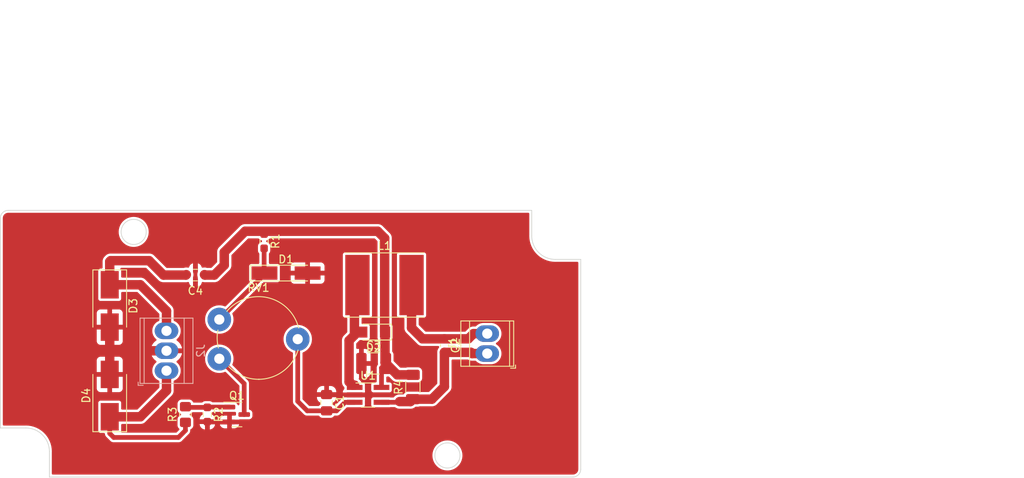
<source format=kicad_pcb>
(kicad_pcb (version 20211014) (generator pcbnew)
  (layers (0 "F.Cu" signal) (31 "B.Cu" signal) (34 "B.Paste" user) (35 "F.Paste" user) (36 "B.SilkS" user "B.Silkscreen") (37 "F.SilkS" user "F.Silkscreen") (38 "B.Mask" user) (39 "F.Mask" user) (44 "Edge.Cuts" user))
  (net 0 "")
  (net 1 "GND")
  (net 2 "Net-(C1-Pad2)")
  (net 3 "+12V")
  (net 4 "Net-(C2-Pad1)")
  (net 5 "Net-(D1-Pad1)")
  (net 6 "Net-(D2-Pad2)")
  (net 7 "Net-(C2-Pad2)")
  (net 8 "Net-(Q1-Pad1)")
  (net 9 "Net-(Q1-Pad3)")
  (net 10 "Net-(C4-Pad3)")
  (net 11 "Net-(D4-Pad1)")
  (footprint "Capacitor_SMD:C_0805_2012Metric_Pad1.18x1.45mm_HandSolder" (layer "F.Cu") (at 106.136 111.266 -90)
    (fp_text reference "C1" (at 0 -1.68 90) (layer "F.SilkS"))
    (fp_text value "1µF 25V")
    (fp_line (start -0.261252 -0.735) (end 0.261252 -0.735) (layer "F.SilkS") (width 0.12))
    (fp_line (start -0.261252 0.735) (end 0.261252 0.735) (layer "F.SilkS") (width 0.12))
    (pad "1" smd roundrect (at -1.0375 0 270) (size 1.175 1.45) (layers "F.Cu" "F.Paste" "F.Mask") (roundrect_rratio 0.2127659574) (net 1 "GND"))
    (pad "2" smd roundrect (at 1.0375 0 270) (size 1.175 1.45) (layers "F.Cu" "F.Paste" "F.Mask") (roundrect_rratio 0.2127659574) (net 2 "Net-(C1-Pad2)"))
  )
  (footprint "TerminalBlock_TE-Connectivity:TerminalBlock_TE_282834-2_1x02_P2.54mm_Horizontal" (layer "F.Cu") (at 126.619 105.0025 90)
    (fp_text reference "J1" (at 1.27 -4.37 90) (layer "F.SilkS"))
    (fp_text value "Screw_Terminal_01x02")
    (fp_line (start -1.62 3.37) (end 4.16 3.37) (layer "F.SilkS") (width 0.12))
    (fp_line (start -1.62 -2.25) (end 4.16 -2.25) (layer "F.SilkS") (width 0.12))
    (fp_line (start -1.86 2.97) (end -1.86 3.61) (layer "F.SilkS") (width 0.12))
    (fp_line (start -1.62 -3.37) (end 4.16 -3.37) (layer "F.SilkS") (width 0.12))
    (fp_line (start 4.16 -3.37) (end 4.16 3.37) (layer "F.SilkS") (width 0.12))
    (fp_line (start -1.62 -3.37) (end -1.62 3.37) (layer "F.SilkS") (width 0.12))
    (fp_line (start -1.62 2.85) (end 4.16 2.85) (layer "F.SilkS") (width 0.12))
    (fp_line (start -1.86 3.61) (end -1.46 3.61) (layer "F.SilkS") (width 0.12))
    (pad "1" thru_hole oval (at 0 0 90) (size 2.1 3) (drill 1.3) (layers *.Cu *.Mask) (net 7 "Net-(C2-Pad2)"))
    (pad "2" thru_hole oval (at 2.54 0 90) (size 2.1 3) (drill 1.3) (layers *.Cu *.Mask) (net 4 "Net-(C2-Pad1)"))
  )
  (footprint "Inductor_SMD:L_Taiyo-Yuden_NR-80xx_HandSoldering" (layer "F.Cu") (at 113.517 96.266)
    (fp_text reference "L1" (at 0 -5) (layer "F.SilkS"))
    (fp_text value "68µH")
    (fp_line (start -5 -4.1) (end 5 -4.1) (layer "F.SilkS") (width 0.12))
    (fp_line (start -5 4.1) (end 5 4.1) (layer "F.SilkS") (width 0.12))
    (pad "1" smd rect (at -3.45 0) (size 3.1 7.7) (layers "F.Cu" "F.Paste" "F.Mask") (net 6 "Net-(D2-Pad2)"))
    (pad "2" smd rect (at 3.45 0) (size 3.1 7.7) (layers "F.Cu" "F.Paste" "F.Mask") (net 4 "Net-(C2-Pad1)"))
  )
  (footprint "Resistor_SMD:R_1206_3216Metric_Pad1.30x1.75mm_HandSolder" (layer "F.Cu") (at 117.136 109.266 90)
    (fp_text reference "R4" (at 0 -1.82 90) (layer "F.SilkS"))
    (fp_text value "0.3Ω")
    (fp_line (start -0.727064 0.91) (end 0.727064 0.91) (layer "F.SilkS") (width 0.12))
    (fp_line (start -0.727064 -0.91) (end 0.727064 -0.91) (layer "F.SilkS") (width 0.12))
    (pad "1" smd roundrect (at -1.55 0 90) (size 1.3 1.75) (layers "F.Cu" "F.Paste" "F.Mask") (roundrect_rratio 0.1923076923) (net 7 "Net-(C2-Pad2)"))
    (pad "2" smd roundrect (at 1.55 0 90) (size 1.3 1.75) (layers "F.Cu" "F.Paste" "F.Mask") (roundrect_rratio 0.1923076923) (net 3 "+12V"))
  )
  (footprint "local:C_filter_0805" (layer "F.Cu") (at 89.408 94.996 180)
    (fp_text reference "C4" (at 0 -2 unlocked) (layer "F.SilkS"))
    (fp_text value "100n")
    (fp_line (start -0.261252 0.735) (end 0.261252 0.735) (layer "F.SilkS") (width 0.12))
    (fp_line (start -0.261252 -0.735) (end 0.261252 -0.735) (layer "F.SilkS") (width 0.12))
    (pad "1" smd roundrect (at -1.1 0 180) (size 0.8 0.8) (layers "F.Cu" "F.Paste" "F.Mask") (roundrect_rratio 0.21276625) (net 3 "+12V"))
    (pad "2" smd roundrect (at 0 0.65 180) (size 0.6 0.7) (layers "F.Cu" "F.Paste" "F.Mask") (roundrect_rratio 0.2127666667) (net 1 "GND"))
    (pad "2" smd roundrect (at 0 -0.65 180) (size 0.6 0.7) (layers "F.Cu" "F.Paste" "F.Mask") (roundrect_rratio 0.2127666667) (net 1 "GND"))
    (pad "3" smd roundrect (at 1.1 0 180) (size 0.8 0.8) (layers "F.Cu" "F.Paste" "F.Mask") (roundrect_rratio 0.21276625) (net 10 "Net-(C4-Pad3)"))
  )
  (footprint "Potentiometer_THT:Potentiometer_Piher_PT-10-V10_Vertical" (layer "F.Cu") (at 92.456 105.664)
    (fp_text reference "RV1" (at 5 -9.05) (layer "F.SilkS"))
    (fp_text value "1M")
    (fp_arc (start -0.11439 -1.375119) (mid -0.269093 -2.512295) (end -0.174 -3.656) (layer "F.SilkS") (width 0.12))
    (fp_arc (start 0.963379 -6.038474) (mid 6.186565 -7.784991) (end 10.114 -3.924) (layer "F.SilkS") (width 0.12))
    (fp_arc (start 5.09203 2.619358) (mid 2.983245 2.219015) (end 1.209 1.011) (layer "F.SilkS") (width 0.12))
    (fp_arc (start 10.039726 -1.109201) (mid 8.134716 1.586326) (end 5 2.62) (layer "F.SilkS") (width 0.12))
    (pad "1" thru_hole circle (at 0 0) (size 3 3) (drill 1.3) (layers *.Cu *.Mask) (net 9 "Net-(Q1-Pad3)"))
    (pad "2" thru_hole circle (at 10 -2.5) (size 3 3) (drill 1.3) (layers *.Cu *.Mask) (net 2 "Net-(C1-Pad2)"))
    (pad "3" thru_hole circle (at 0 -5) (size 3 3) (drill 1.3) (layers *.Cu *.Mask) (net 5 "Net-(D1-Pad1)"))
  )
  (footprint "Package_TO_SOT_SMD:SOT-23" (layer "F.Cu") (at 94.694 112.776)
    (fp_text reference "Q1" (at 0 -2.4) (layer "F.SilkS"))
    (fp_text value "BSS123")
    (fp_line (start 0 -1.56) (end 0.65 -1.56) (layer "F.SilkS") (width 0.12))
    (fp_line (start 0 1.56) (end -0.65 1.56) (layer "F.SilkS") (width 0.12))
    (fp_line (start 0 1.56) (end 0.65 1.56) (layer "F.SilkS") (width 0.12))
    (fp_line (start 0 -1.56) (end -1.675 -1.56) (layer "F.SilkS") (width 0.12))
    (pad "1" smd roundrect (at -0.9375 -0.95) (size 1.475 0.6) (layers "F.Cu" "F.Paste" "F.Mask") (net 8 "Net-(Q1-Pad1)"))
    (pad "2" smd roundrect (at -0.9375 0.95) (size 1.475 0.6) (layers "F.Cu" "F.Paste" "F.Mask") (net 1 "GND"))
    (pad "3" smd roundrect (at 0.9375 0) (size 1.475 0.6) (layers "F.Cu" "F.Paste" "F.Mask") (net 9 "Net-(Q1-Pad3)"))
  )
  (footprint "Package_TO_SOT_SMD:TSOT-23-5_HandSoldering" (layer "F.Cu") (at 111.426 110.266)
    (fp_text reference "U1" (at 0 -2.45) (layer "F.SilkS"))
    (fp_text value "AL8861")
    (fp_line (start -0.88 1.56) (end 0.88 1.56) (layer "F.SilkS") (width 0.12))
    (fp_line (start 0.88 -1.51) (end -1.55 -1.51) (layer "F.SilkS") (width 0.12))
    (pad "1" smd rect (at -1.71 -0.95) (size 2 0.65) (layers "F.Cu" "F.Paste" "F.Mask") (net 6 "Net-(D2-Pad2)"))
    (pad "2" smd rect (at -1.71 0) (size 2 0.65) (layers "F.Cu" "F.Paste" "F.Mask") (net 1 "GND"))
    (pad "3" smd rect (at -1.71 0.95) (size 2 0.65) (layers "F.Cu" "F.Paste" "F.Mask") (net 2 "Net-(C1-Pad2)"))
    (pad "4" smd rect (at 1.71 0.95) (size 2 0.65) (layers "F.Cu" "F.Paste" "F.Mask") (net 7 "Net-(C2-Pad2)"))
    (pad "5" smd rect (at 1.71 -0.95) (size 2 0.65) (layers "F.Cu" "F.Paste" "F.Mask") (net 3 "+12V"))
  )
  (footprint "Capacitor_SMD:C_0603_1608Metric_Pad1.08x0.95mm_HandSolder" (layer "F.Cu") (at 121.158 103.9865 -90)
    (fp_text reference "C2" (at 0 -1.43 90) (layer "F.SilkS"))
    (fp_text value "100nF25V")
    (fp_line (start -0.146267 -0.51) (end 0.146267 -0.51) (layer "F.SilkS") (width 0.12))
    (fp_line (start -0.146267 0.51) (end 0.146267 0.51) (layer "F.SilkS") (width 0.12))
    (pad "1" smd roundrect (at -0.8625 0 270) (size 1.075 0.95) (layers "F.Cu" "F.Paste" "F.Mask") (net 4 "Net-(C2-Pad1)"))
    (pad "2" smd roundrect (at 0.8625 0 270) (size 1.075 0.95) (layers "F.Cu" "F.Paste" "F.Mask") (net 7 "Net-(C2-Pad2)"))
  )
  (footprint "Resistor_SMD:R_0805_2012Metric_Pad1.20x1.40mm_HandSolder" (layer "F.Cu") (at 88.138 112.776 90)
    (fp_text reference "R3" (at 0 -1.65 90) (layer "F.SilkS"))
    (fp_text value "10K")
    (fp_line (start -0.227064 0.735) (end 0.227064 0.735) (layer "F.SilkS") (width 0.12))
    (fp_line (start -0.227064 -0.735) (end 0.227064 -0.735) (layer "F.SilkS") (width 0.12))
    (pad "1" smd roundrect (at -1 0 90) (size 1.2 1.4) (layers "F.Cu" "F.Paste" "F.Mask") (roundrect_rratio 0.2083333333) (net 11 "Net-(D4-Pad1)"))
    (pad "2" smd roundrect (at 1 0 90) (size 1.2 1.4) (layers "F.Cu" "F.Paste" "F.Mask") (roundrect_rratio 0.2083333333) (net 8 "Net-(Q1-Pad1)"))
  )
  (footprint "Diode_SMD:D_SMF" (layer "F.Cu") (at 112.136 102.266 180)
    (fp_text reference "D2" (at 0 -2) (layer "F.SilkS"))
    (fp_text value "SL04-GS08")
    (fp_line (start -2.28 1.01) (end 1.4 1.01) (layer "F.SilkS") (width 0.12))
    (fp_line (start -2.28 -1.01) (end 1.4 -1.01) (layer "F.SilkS") (width 0.12))
    (fp_line (start -2.28 -1.01) (end -2.28 1.01) (layer "F.SilkS") (width 0.12))
    (pad "1" smd rect (at -1.45 0 180) (size 1.3 1.4) (layers "F.Cu" "F.Paste" "F.Mask") (net 3 "+12V"))
    (pad "2" smd rect (at 1.45 0 180) (size 1.3 1.4) (layers "F.Cu" "F.Paste" "F.Mask") (net 6 "Net-(D2-Pad2)"))
  )
  (footprint "Resistor_SMD:R_0603_1608Metric_Pad0.98x0.95mm_HandSolder" (layer "F.Cu") (at 98.171 90.678 -90)
    (fp_text reference "R1" (at 0 -1.43 -270) (layer "F.SilkS"))
    (fp_text value "976K")
    (fp_line (start -0.254724 0.5225) (end 0.254724 0.5225) (layer "F.SilkS") (width 0.12))
    (fp_line (start -0.254724 -0.5225) (end 0.254724 -0.5225) (layer "F.SilkS") (width 0.12))
    (pad "1" smd roundrect (at -0.9125 0 270) (size 0.975 0.95) (layers "F.Cu" "F.Paste" "F.Mask") (net 3 "+12V"))
    (pad "2" smd roundrect (at 0.9125 0 270) (size 0.975 0.95) (layers "F.Cu" "F.Paste" "F.Mask") (net 5 "Net-(D1-Pad1)"))
  )
  (footprint "Capacitor_SMD:C_1210_3225Metric_Pad1.33x2.70mm_HandSolder" (layer "F.Cu") (at 112.136 106.266)
    (fp_text reference "C3" (at 0 -2.3) (layer "F.SilkS"))
    (fp_text value "10µF25V")
    (fp_line (start -0.711252 -1.36) (end 0.711252 -1.36) (layer "F.SilkS") (width 0.12))
    (fp_line (start -0.711252 1.36) (end 0.711252 1.36) (layer "F.SilkS") (width 0.12))
    (pad "1" smd roundrect (at -1.5625 0) (size 1.325 2.7) (layers "F.Cu" "F.Paste" "F.Mask") (roundrect_rratio 0.1886792453) (net 1 "GND"))
    (pad "2" smd roundrect (at 1.5625 0) (size 1.325 2.7) (layers "F.Cu" "F.Paste" "F.Mask") (roundrect_rratio 0.1886792453) (net 3 "+12V"))
  )
  (footprint "Diode_SMD:D_SMB_Handsoldering" (layer "F.Cu") (at 78.486 98.933 -90)
    (fp_text reference "D3" (at 0 -3 90) (layer "F.SilkS"))
    (fp_text value "SMBJ16A")
    (fp_line (start -4.6 -2.15) (end -4.6 2.15) (layer "F.SilkS") (width 0.12))
    (fp_line (start -4.6 2.15) (end 2.7 2.15) (layer "F.SilkS") (width 0.12))
    (fp_line (start -4.6 -2.15) (end 2.7 -2.15) (layer "F.SilkS") (width 0.12))
    (pad "1" smd rect (at -2.7 0 270) (size 3.5 2.3) (layers "F.Cu" "F.Paste" "F.Mask") (net 10 "Net-(C4-Pad3)"))
    (pad "2" smd rect (at 2.7 0 270) (size 3.5 2.3) (layers "F.Cu" "F.Paste" "F.Mask") (net 1 "GND"))
  )
  (footprint "Diode_SMD:D_MiniMELF_Handsoldering" (layer "F.Cu") (at 100.965 94.742)
    (fp_text reference "D1" (at 0 -1.75) (layer "F.SilkS"))
    (fp_text value "2.7V")
    (fp_line (start -4.55 1) (end 2.75 1) (layer "F.SilkS") (width 0.12))
    (fp_line (start -4.55 -1) (end -4.55 1) (layer "F.SilkS") (width 0.12))
    (fp_line (start 2.75 -1) (end -4.55 -1) (layer "F.SilkS") (width 0.12))
    (pad "1" smd rect (at -2.75 0) (size 3.3 1.7) (layers "F.Cu" "F.Paste" "F.Mask") (net 5 "Net-(D1-Pad1)"))
    (pad "2" smd rect (at 2.75 0) (size 3.3 1.7) (layers "F.Cu" "F.Paste" "F.Mask") (net 1 "GND"))
  )
  (footprint "Resistor_SMD:R_0603_1608Metric_Pad0.98x0.95mm_HandSolder" (layer "F.Cu") (at 90.932 112.776 -90)
    (fp_text reference "R2" (at 0 -1.43 90) (layer "F.SilkS"))
    (fp_text value "976K")
    (fp_line (start -0.254724 0.5225) (end 0.254724 0.5225) (layer "F.SilkS") (width 0.12))
    (fp_line (start -0.254724 -0.5225) (end 0.254724 -0.5225) (layer "F.SilkS") (width 0.12))
    (pad "1" smd roundrect (at -0.9125 0 270) (size 0.975 0.95) (layers "F.Cu" "F.Paste" "F.Mask") (net 8 "Net-(Q1-Pad1)"))
    (pad "2" smd roundrect (at 0.9125 0 270) (size 0.975 0.95) (layers "F.Cu" "F.Paste" "F.Mask") (net 1 "GND"))
  )
  (footprint "Diode_SMD:D_SMB_Handsoldering" (layer "F.Cu") (at 78.486 110.363 90)
    (fp_text reference "D4" (at 0 -3 90) (layer "F.SilkS"))
    (fp_text value "SMBJ16A")
    (fp_line (start -4.6 -2.15) (end 2.7 -2.15) (layer "F.SilkS") (width 0.12))
    (fp_line (start -4.6 -2.15) (end -4.6 2.15) (layer "F.SilkS") (width 0.12))
    (fp_line (start -4.6 2.15) (end 2.7 2.15) (layer "F.SilkS") (width 0.12))
    (pad "1" smd rect (at -2.7 0 90) (size 3.5 2.3) (layers "F.Cu" "F.Paste" "F.Mask") (net 11 "Net-(D4-Pad1)"))
    (pad "2" smd rect (at 2.7 0 90) (size 3.5 2.3) (layers "F.Cu" "F.Paste" "F.Mask") (net 1 "GND"))
  )
  (footprint "TerminalBlock_TE-Connectivity:TerminalBlock_TE_282834-3_1x03_P2.54mm_Horizontal" (layer "B.Cu") (at 85.725 107.188 90)
    (fp_text reference "J2" (at 2.54 4.37 90) (layer "B.SilkS") (effects (justify mirror)))
    (fp_text value "Screw_Terminal_01x03")
    (fp_line (start -1.62 2.25) (end 6.7 2.25) (layer "B.SilkS") (width 0.12))
    (fp_line (start -1.62 3.37) (end -1.62 -3.37) (layer "B.SilkS") (width 0.12))
    (fp_line (start -1.62 -2.85) (end 6.7 -2.85) (layer "B.SilkS") (width 0.12))
    (fp_line (start -1.62 -3.37) (end 6.7 -3.37) (layer "B.SilkS") (width 0.12))
    (fp_line (start -1.86 -2.97) (end -1.86 -3.61) (layer "B.SilkS") (width 0.12))
    (fp_line (start -1.86 -3.61) (end -1.46 -3.61) (layer "B.SilkS") (width 0.12))
    (fp_line (start -1.62 3.37) (end 6.7 3.37) (layer "B.SilkS") (width 0.12))
    (fp_line (start 6.7 3.37) (end 6.7 -3.37) (layer "B.SilkS") (width 0.12))
    (pad "1" thru_hole oval (at 0 0 90) (size 2.1 3) (drill 1.3) (layers *.Cu *.Mask) (net 11 "Net-(D4-Pad1)"))
    (pad "2" thru_hole oval (at 2.54 0 90) (size 2.1 3) (drill 1.3) (layers *.Cu *.Mask) (net 1 "GND"))
    (pad "3" thru_hole oval (at 5.08 0 90) (size 2.1 3) (drill 1.3) (layers *.Cu *.Mask) (net 10 "Net-(C4-Pad3)"))
  )
  (gr_line (start 70.791471 120.742043) (end 70.791471 117.492043) (layer "Edge.Cuts") (width 0.09))
  (gr_arc (start 135.291471 92.992043) (mid 133.170154 92.113356) (end 132.291471 89.992043) (layer "Edge.Cuts") (width 0.09))
  (gr_circle (center 81.541471 89.492043) (end 83.141471 89.492043) (layer "Edge.Cuts") (width 0.09) (fill none))
  (gr_circle (center 121.541471 117.992043) (end 123.141471 117.992043) (layer "Edge.Cuts") (width 0.09) (fill none))
  (gr_arc (start 64.541471 87.742043) (mid 64.834347 87.034898) (end 65.541471 86.742043) (layer "Edge.Cuts") (width 0.09))
  (gr_line (start 64.541471 114.492043) (end 64.541471 87.742043) (layer "Edge.Cuts") (width 0.09))
  (gr_arc (start 138.541471 119.742043) (mid 138.248561 120.449112) (end 137.541471 120.742043) (layer "Edge.Cuts") (width 0.09))
  (gr_line (start 135.291471 92.992043) (end 138.541471 92.992043) (layer "Edge.Cuts") (width 0.09))
  (gr_line (start 67.791471 114.492043) (end 64.541471 114.492043) (layer "Edge.Cuts") (width 0.09))
  (gr_line (start 132.291471 86.742043) (end 132.291471 89.992043) (layer "Edge.Cuts") (width 0.09))
  (gr_line (start 137.541471 120.742043) (end 70.791471 120.742043) (layer "Edge.Cuts") (width 0.09))
  (gr_arc (start 67.791471 114.492043) (mid 69.91279 115.370723) (end 70.791471 117.492043) (layer "Edge.Cuts") (width 0.09))
  (gr_line (start 65.541471 86.742043) (end 132.291471 86.742043) (layer "Edge.Cuts") (width 0.09))
  (gr_line (start 138.541471 92.992043) (end 138.541471 119.742043) (layer "Edge.Cuts") (width 0.09))
  (segment (start 111.326 108.709) (end 110.5735 107.9565) (width 0.6) (layer "F.Cu") (net 1))
  (segment (start 111.311 110.266) (end 111.326 110.251) (width 0.6) (layer "F.Cu") (net 1))
  (segment (start 72.644 104.648) (end 78.613 104.648) (width 0.6) (layer "F.Cu") (net 1))
  (segment (start 90.932 117.856) (end 76.327 117.856) (width 0.6) (layer "F.Cu") (net 1))
  (segment (start 88.773 104.648) (end 85.725 104.648) (width 0.6) (layer "F.Cu") (net 1))
  (segment (start 90.932 113.6885) (end 90.932 117.856) (width 0.6) (layer "F.Cu") (net 1))
  (segment (start 89.408 104.013) (end 88.773 104.648) (width 0.6) (layer "F.Cu") (net 1))
  (segment (start 109.716 110.266) (end 106.1735 110.266) (width 0.6) (layer "F.Cu") (net 1))
  (segment locked (start 89.408 92.456) (end 89.408 94.346) (width 0.6) (layer "F.Cu") (net 1))
  (segment (start 111.326 110.251) (end 111.326 108.709) (width 0.6) (layer "F.Cu") (net 1))
  (segment (start 110.5735 107.9565) (end 110.5735 106.266) (width 0.6) (layer "F.Cu") (net 1))
  (segment (start 111.326 110.251) (end 111.326 113.21) (width 0.6) (layer "F.Cu") (net 1))
  (segment (start 78.486 104.521) (end 78.486 101.633) (width 1.2) (layer "F.Cu") (net 1))
  (segment (start 106.68 117.856) (end 90.932 117.856) (width 0.6) (layer "F.Cu") (net 1))
  (segment (start 109.716 110.266) (end 111.311 110.266) (width 0.6) (layer "F.Cu") (net 1))
  (segment (start 93.7565 113.726) (end 90.9695 113.726) (width 0.6) (layer "F.Cu") (net 1))
  (segment (start 78.486 104.775) (end 78.613 104.648) (width 1.2) (layer "F.Cu") (net 1))
  (segment (start 76.327 117.856) (end 72.644 114.173) (width 0.6) (layer "F.Cu") (net 1))
  (segment (start 72.644 91.948) (end 88.9 91.948) (width 0.6) (layer "F.Cu") (net 1))
  (segment (start 88.9 91.948) (end 89.408 92.456) (width 0.6) (layer "F.Cu") (net 1))
  (segment (start 89.408 95.646) (end 89.408 104.013) (width 0.6) (layer "F.Cu") (net 1))
  (segment (start 78.613 104.648) (end 78.486 104.521) (width 1.2) (layer "F.Cu") (net 1))
  (segment (start 72.644 114.173) (end 72.644 91.948) (width 0.6) (layer "F.Cu") (net 1))
  (segment (start 111.326 113.21) (end 106.68 117.856) (width 0.6) (layer "F.Cu") (net 1))
  (segment (start 78.486 107.663) (end 78.486 104.775) (width 1.2) (layer "F.Cu") (net 1))
  (segment (start 85.725 104.648) (end 78.613 104.648) (width 1.2) (layer "F.Cu") (net 1))
  (segment (start 109.716 111.216) (end 108.494 111.216) (width 0.6) (layer "F.Cu") (net 2))
  (segment (start 102.456 111.092) (end 102.456 103.164) (width 0.6) (layer "F.Cu") (net 2))
  (segment (start 107.4065 112.3035) (end 106.136 112.3035) (width 0.6) (layer "F.Cu") (net 2))
  (segment (start 103.6675 112.3035) (end 102.456 111.092) (width 0.6) (layer "F.Cu") (net 2))
  (segment (start 108.494 111.216) (end 107.4065 112.3035) (width 0.6) (layer "F.Cu") (net 2))
  (segment (start 106.136 112.3035) (end 103.6675 112.3035) (width 0.6) (layer "F.Cu") (net 2))
  (segment (start 95.758 89.408) (end 93.091 92.075) (width 1.2) (layer "F.Cu") (net 3))
  (segment (start 113.586 102.266) (end 113.586 106.1535) (width 1.2) (layer "F.Cu") (net 3))
  (segment (start 113.136 106.8285) (end 113.6985 106.266) (width 0.6) (layer "F.Cu") (net 3))
  (segment (start 113.586 106.1535) (end 113.6985 106.266) (width 1.2) (layer "F.Cu") (net 3))
  (segment (start 93.091 92.075) (end 93.091 93.726) (width 1.2) (layer "F.Cu") (net 3))
  (segment (start 112.649 89.408) (end 95.758 89.408) (width 1.2) (layer "F.Cu") (net 3))
  (segment (start 113.538 102.218) (end 113.538 90.297) (width 1.2) (layer "F.Cu") (net 3))
  (segment (start 91.823153 94.993847) (end 90.618 94.993847) (width 1.2) (layer "F.Cu") (net 3))
  (segment (start 113.136 109.316) (end 113.136 106.8285) (width 0.6) (layer "F.Cu") (net 3))
  (segment (start 115.1485 107.716) (end 113.6985 106.266) (width 1.2) (layer "F.Cu") (net 3))
  (segment (start 93.091 93.726) (end 91.823153 94.993847) (width 1.2) (layer "F.Cu") (net 3))
  (segment (start 113.538 90.297) (end 112.649 89.408) (width 1.2) (layer "F.Cu") (net 3))
  (segment (start 117.136 107.716) (end 115.1485 107.716) (width 1.2) (layer "F.Cu") (net 3))
  (segment (start 90.618 94.993847) (end 90.564076 94.939923) (width 1.2) (layer "F.Cu") (net 3))
  (segment (start 116.967 101.727) (end 118.364 103.124) (width 1.2) (layer "F.Cu") (net 4))
  (segment (start 116.967 96.266) (end 116.967 101.727) (width 1.2) (layer "F.Cu") (net 4))
  (segment (start 124.8675 102.4625) (end 126.619 102.4625) (width 1.2) (layer "F.Cu") (net 4))
  (segment (start 121.158 103.124) (end 124.206 103.124) (width 1.2) (layer "F.Cu") (net 4))
  (segment (start 124.206 103.124) (end 124.8675 102.4625) (width 1.2) (layer "F.Cu") (net 4))
  (segment (start 118.364 103.124) (end 121.158 103.124) (width 1.2) (layer "F.Cu") (net 4))
  (segment (start 92.456 100.664) (end 98.215 94.905) (width 0.6) (layer "F.Cu") (net 5))
  (segment (start 98.171 91.5905) (end 98.171 94.698) (width 0.6) (layer "F.Cu") (net 5))
  (segment (start 109.686 102.658) (end 109.001 103.343) (width 1.2) (layer "F.Cu") (net 6))
  (segment (start 109.686 96.647) (end 109.686 102.658) (width 1.2) (layer "F.Cu") (net 6))
  (segment (start 109.001 108.601) (end 109.431 109.031) (width 1.2) (layer "F.Cu") (net 6))
  (segment (start 109.716 109.316) (end 109.716 108.846) (width 0.6) (layer "F.Cu") (net 6))
  (segment (start 109.716 108.846) (end 109.101 108.231) (width 0.6) (layer "F.Cu") (net 6))
  (segment (start 109.001 103.343) (end 109.001 108.601) (width 1.2) (layer "F.Cu") (net 6))
  (segment (start 109.431 109.031) (end 109.716 109.031) (width 1.2) (layer "F.Cu") (net 6))
  (segment (start 117.136 110.816) (end 119.562 110.816) (width 1.2) (layer "F.Cu") (net 7))
  (segment (start 119.562 110.816) (end 121.158 109.22) (width 1.2) (layer "F.Cu") (net 7))
  (segment (start 113.136 111.216) (end 115.352 111.216) (width 0.6) (layer "F.Cu") (net 7))
  (segment (start 115.352 111.216) (end 115.443 111.125) (width 0.6) (layer "F.Cu") (net 7))
  (segment (start 115.443 111.125) (end 116.827 111.125) (width 1.2) (layer "F.Cu") (net 7))
  (segment (start 121.158 109.22) (end 121.158 104.849) (width 1.2) (layer "F.Cu") (net 7))
  (segment (start 124.6875 105.0025) (end 126.619 105.0025) (width 1.2) (layer "F.Cu") (net 7))
  (segment (start 124.534 104.849) (end 124.6875 105.0025) (width 1.2) (layer "F.Cu") (net 7))
  (segment (start 116.827 111.125) (end 117.136 110.816) (width 1.2) (layer "F.Cu") (net 7))
  (segment (start 121.158 104.849) (end 124.534 104.849) (width 1.2) (layer "F.Cu") (net 7))
  (segment (start 93.7565 111.826) (end 90.9695 111.826) (width 0.6) (layer "F.Cu") (net 8))
  (segment (start 90.932 111.8635) (end 88.2255 111.8635) (width 0.6) (layer "F.Cu") (net 8))
  (segment (start 95.6315 108.8395) (end 92.456 105.664) (width 0.6) (layer "F.Cu") (net 9))
  (segment (start 95.6315 112.776) (end 95.6315 108.8395) (width 0.6) (layer "F.Cu") (net 9))
  (segment (start 85.725 99.568) (end 85.725 102.108) (width 1.2) (layer "F.Cu") (net 10))
  (segment (start 78.486 93.283) (end 78.611 93.158) (width 1.2) (layer "F.Cu") (net 10))
  (segment (start 78.486 96.233) (end 82.39 96.233) (width 1.2) (layer "F.Cu") (net 10))
  (segment (start 83.506 93.158) (end 85.344 94.996) (width 1.2) (layer "F.Cu") (net 10))
  (segment (start 88.195847 94.996) (end 88.251924 94.939923) (width 1.2) (layer "F.Cu") (net 10))
  (segment (start 85.344 94.996) (end 88.195847 94.996) (width 1.2) (layer "F.Cu") (net 10))
  (segment (start 78.611 93.158) (end 83.506 93.158) (width 1.2) (layer "F.Cu") (net 10))
  (segment (start 78.486 96.233) (end 78.486 93.283) (width 1.2) (layer "F.Cu") (net 10))
  (segment (start 82.39 96.233) (end 85.725 99.568) (width 1.2) (layer "F.Cu") (net 10))
  (segment (start 88.138 114.808) (end 87.249 115.697) (width 0.6) (layer "F.Cu") (net 11))
  (segment (start 85.725 107.188) (end 85.725 109.728) (width 1.2) (layer "F.Cu") (net 11))
  (segment (start 82.39 113.063) (end 78.486 113.063) (width 1.2) (layer "F.Cu") (net 11))
  (segment (start 78.994 115.697) (end 78.486 115.189) (width 0.6) (layer "F.Cu") (net 11))
  (segment (start 87.249 115.697) (end 78.994 115.697) (width 0.6) (layer "F.Cu") (net 11))
  (segment (start 78.486 115.189) (end 78.486 113.063) (width 0.6) (layer "F.Cu") (net 11))
  (segment (start 85.725 109.728) (end 82.39 113.063) (width 1.2) (layer "F.Cu") (net 11))
  (segment (start 88.138 113.776) (end 88.138 114.808) (width 0.6) (layer "F.Cu") (net 11))
  (zone (net 1) (net_name "GND") (layer "F.Cu") (connect_pads (clearance 0.31)) (min_thickness 0.254) (fill yes (thermal_gap 0.508) (thermal_bridge_width 0.6))
    (polygon (pts (xy 138.684 120.904) (xy 64.516 120.904) (xy 64.516 86.614) (xy 138.684 86.614)))
  )
)
</source>
